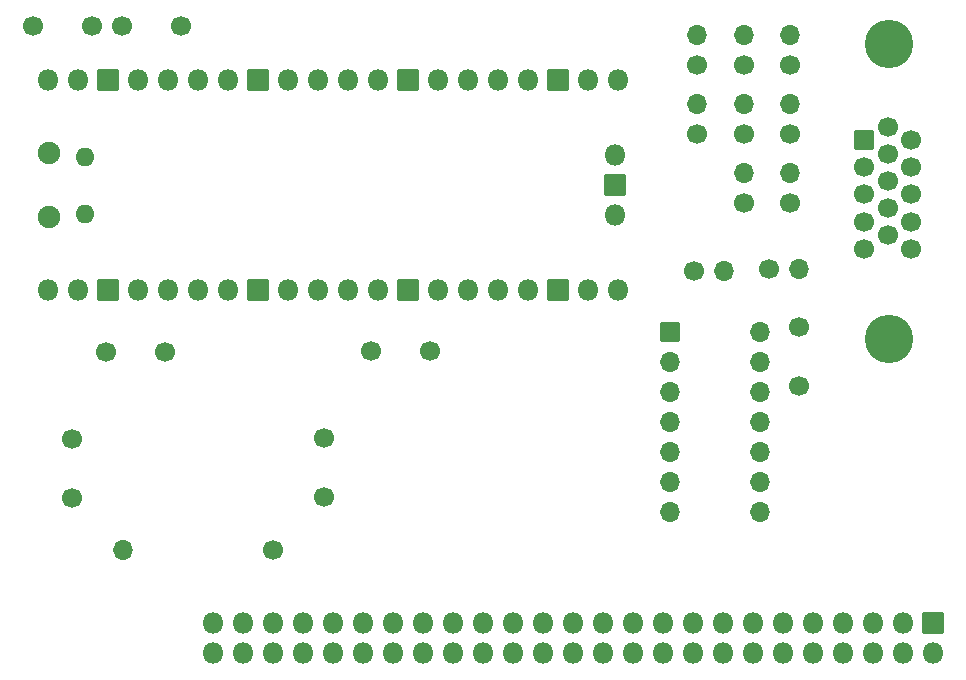
<source format=gbr>
%TF.GenerationSoftware,KiCad,Pcbnew,7.0.6-0*%
%TF.CreationDate,2023-07-30T18:46:11+02:00*%
%TF.ProjectId,pico_vga,7069636f-5f76-4676-912e-6b696361645f,v1.0*%
%TF.SameCoordinates,Original*%
%TF.FileFunction,Soldermask,Bot*%
%TF.FilePolarity,Negative*%
%FSLAX46Y46*%
G04 Gerber Fmt 4.6, Leading zero omitted, Abs format (unit mm)*
G04 Created by KiCad (PCBNEW 7.0.6-0) date 2023-07-30 18:46:11*
%MOMM*%
%LPD*%
G01*
G04 APERTURE LIST*
G04 Aperture macros list*
%AMRoundRect*
0 Rectangle with rounded corners*
0 $1 Rounding radius*
0 $2 $3 $4 $5 $6 $7 $8 $9 X,Y pos of 4 corners*
0 Add a 4 corners polygon primitive as box body*
4,1,4,$2,$3,$4,$5,$6,$7,$8,$9,$2,$3,0*
0 Add four circle primitives for the rounded corners*
1,1,$1+$1,$2,$3*
1,1,$1+$1,$4,$5*
1,1,$1+$1,$6,$7*
1,1,$1+$1,$8,$9*
0 Add four rect primitives between the rounded corners*
20,1,$1+$1,$2,$3,$4,$5,0*
20,1,$1+$1,$4,$5,$6,$7,0*
20,1,$1+$1,$6,$7,$8,$9,0*
20,1,$1+$1,$8,$9,$2,$3,0*%
G04 Aperture macros list end*
%ADD10O,1.800000X1.800000*%
%ADD11RoundRect,0.050000X-0.850000X0.850000X-0.850000X-0.850000X0.850000X-0.850000X0.850000X0.850000X0*%
%ADD12O,1.700000X1.700000*%
%ADD13RoundRect,0.050000X-0.800000X-0.800000X0.800000X-0.800000X0.800000X0.800000X-0.800000X0.800000X0*%
%ADD14C,1.700000*%
%ADD15RoundRect,0.050000X0.850000X-0.850000X0.850000X0.850000X-0.850000X0.850000X-0.850000X-0.850000X0*%
%ADD16O,1.900000X1.900000*%
%ADD17O,1.600000X1.600000*%
%ADD18RoundRect,0.050000X0.800000X-0.800000X0.800000X0.800000X-0.800000X0.800000X-0.800000X-0.800000X0*%
%ADD19C,4.100000*%
G04 APERTURE END LIST*
D10*
%TO.C,J1*%
X105664000Y-147447000D03*
X105664000Y-144907000D03*
X108204000Y-147447000D03*
X108204000Y-144907000D03*
X110744000Y-147447000D03*
X110744000Y-144907000D03*
X113284000Y-147447000D03*
X113284000Y-144907000D03*
X115824000Y-147447000D03*
X115824000Y-144907000D03*
X118364000Y-147447000D03*
X118364000Y-144907000D03*
X120904000Y-147447000D03*
X120904000Y-144907000D03*
X123444000Y-147447000D03*
X123444000Y-144907000D03*
X125984000Y-147447000D03*
X125984000Y-144907000D03*
X128524000Y-147447000D03*
X128524000Y-144907000D03*
X131064000Y-147447000D03*
X131064000Y-144907000D03*
X133604000Y-147447000D03*
X133604000Y-144907000D03*
X136144000Y-147447000D03*
X136144000Y-144907000D03*
X138684000Y-147447000D03*
X138684000Y-144907000D03*
X141224000Y-147447000D03*
X141224000Y-144907000D03*
X143764000Y-147447000D03*
X143764000Y-144907000D03*
X146304000Y-147447000D03*
X146304000Y-144907000D03*
X148844000Y-147447000D03*
X148844000Y-144907000D03*
X151384000Y-147447000D03*
X151384000Y-144907000D03*
X153924000Y-147447000D03*
X153924000Y-144907000D03*
X156464000Y-147447000D03*
X156464000Y-144907000D03*
X159004000Y-147447000D03*
X159004000Y-144907000D03*
X161544000Y-147447000D03*
X161544000Y-144907000D03*
X164084000Y-147447000D03*
X164084000Y-144907000D03*
X166624000Y-147447000D03*
D11*
X166624000Y-144907000D03*
%TD*%
D12*
%TO.C,U1*%
X152029000Y-120264000D03*
X152029000Y-122804000D03*
X152029000Y-125344000D03*
X152029000Y-127884000D03*
X152029000Y-130424000D03*
X152029000Y-132964000D03*
X152029000Y-135504000D03*
X144409000Y-135504000D03*
X144409000Y-132964000D03*
X144409000Y-130424000D03*
X144409000Y-127884000D03*
X144409000Y-125344000D03*
X144409000Y-122804000D03*
D13*
X144409000Y-120264000D03*
%TD*%
D14*
%TO.C,C5*%
X124040000Y-121847000D03*
X119040000Y-121847000D03*
%TD*%
D12*
%TO.C,R1*%
X98044000Y-138684000D03*
D14*
X110744000Y-138684000D03*
%TD*%
D12*
%TO.C,R4*%
X150622000Y-106807000D03*
D14*
X150622000Y-109347000D03*
%TD*%
D12*
%TO.C,R9*%
X154559000Y-95104000D03*
D14*
X154559000Y-97644000D03*
%TD*%
D12*
%TO.C,R5*%
X154559000Y-106788000D03*
D14*
X154559000Y-109328000D03*
%TD*%
D12*
%TO.C,R8*%
X154559000Y-100946000D03*
D14*
X154559000Y-103486000D03*
%TD*%
D12*
%TO.C,R7*%
X150622000Y-100946000D03*
D14*
X150622000Y-103486000D03*
%TD*%
D10*
%TO.C,U3*%
X139724000Y-105283000D03*
D15*
X139724000Y-107823000D03*
D10*
X139724000Y-110363000D03*
X91694000Y-98933000D03*
X94234000Y-98933000D03*
D15*
X96774000Y-98933000D03*
D10*
X99314000Y-98933000D03*
X101854000Y-98933000D03*
X104394000Y-98933000D03*
X106934000Y-98933000D03*
D15*
X109474000Y-98933000D03*
D10*
X112014000Y-98933000D03*
X114554000Y-98933000D03*
X117094000Y-98933000D03*
X119634000Y-98933000D03*
D15*
X122174000Y-98933000D03*
D10*
X124714000Y-98933000D03*
X127254000Y-98933000D03*
X129794000Y-98933000D03*
X132334000Y-98933000D03*
D15*
X134874000Y-98933000D03*
D10*
X137414000Y-98933000D03*
X139954000Y-98933000D03*
X139954000Y-116713000D03*
X137414000Y-116713000D03*
D15*
X134874000Y-116713000D03*
D10*
X132334000Y-116713000D03*
X129794000Y-116713000D03*
X127254000Y-116713000D03*
X124714000Y-116713000D03*
D15*
X122174000Y-116713000D03*
D10*
X119634000Y-116713000D03*
X117094000Y-116713000D03*
X114554000Y-116713000D03*
X112014000Y-116713000D03*
D15*
X109474000Y-116713000D03*
D10*
X106934000Y-116713000D03*
X104394000Y-116713000D03*
X101854000Y-116713000D03*
X99314000Y-116713000D03*
D15*
X96774000Y-116713000D03*
D10*
X94234000Y-116713000D03*
X91694000Y-116713000D03*
D16*
X91824000Y-105098000D03*
D17*
X94854000Y-105398000D03*
X94854000Y-110248000D03*
D16*
X91824000Y-110548000D03*
%TD*%
D14*
%TO.C,J2*%
X164806669Y-113191000D03*
X164806669Y-110901000D03*
X164806669Y-108611000D03*
X164806669Y-106321000D03*
X164806669Y-104031000D03*
X162826669Y-112046000D03*
X162826669Y-109756000D03*
X162826669Y-107466000D03*
X162826669Y-105176000D03*
X162826669Y-102886000D03*
X160846669Y-113191000D03*
X160846669Y-110901000D03*
X160846669Y-108611000D03*
X160846669Y-106321000D03*
D18*
X160846669Y-104031000D03*
D19*
X162896669Y-95846000D03*
X162896669Y-120846000D03*
%TD*%
D12*
%TO.C,R10*%
X150622000Y-95085000D03*
D14*
X150622000Y-97625000D03*
%TD*%
D12*
%TO.C,R2*%
X155321000Y-114935000D03*
D14*
X152781000Y-114935000D03*
%TD*%
%TO.C,C7*%
X101648000Y-121974000D03*
X96648000Y-121974000D03*
%TD*%
%TO.C,C6*%
X95464000Y-94361000D03*
X90464000Y-94361000D03*
%TD*%
D12*
%TO.C,R3*%
X148971000Y-115062000D03*
D14*
X146431000Y-115062000D03*
%TD*%
%TO.C,C1*%
X93726000Y-129326000D03*
X93726000Y-134326000D03*
%TD*%
%TO.C,C3*%
X115062000Y-129199000D03*
X115062000Y-134199000D03*
%TD*%
%TO.C,C2*%
X155321000Y-124801000D03*
X155321000Y-119801000D03*
%TD*%
D12*
%TO.C,R6*%
X146685000Y-100946000D03*
D14*
X146685000Y-103486000D03*
%TD*%
D12*
%TO.C,R11*%
X146685000Y-95104000D03*
D14*
X146685000Y-97644000D03*
%TD*%
%TO.C,C4*%
X102957000Y-94361000D03*
X97957000Y-94361000D03*
%TD*%
M02*

</source>
